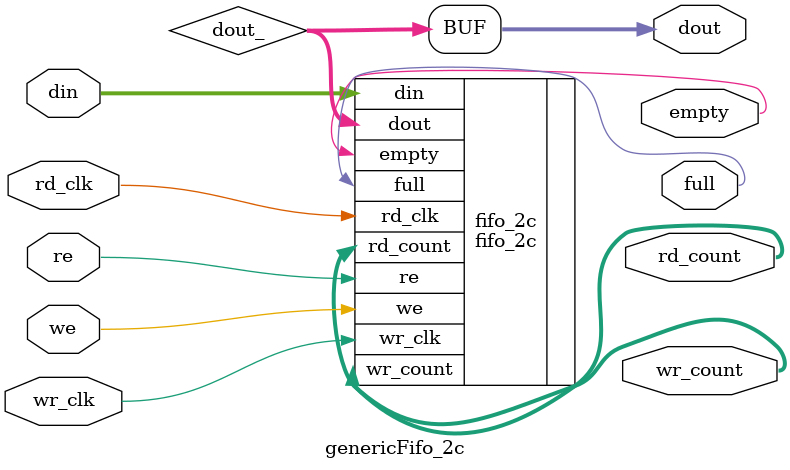
<source format=v>

module genericFifo_2c #(
    parameter aw = 3,
    parameter dw = 8,
    parameter fwft = 1
) (
    input wr_clk,
    input [dw - 1: 0] din,
    input we,
    output full,
    // -1: empty, 0: single element, 2**aw - 1: full
    output [aw:0] wr_count,

    input rd_clk,
    output [dw - 1: 0] dout,
    input re,
    output empty,
    // -1: empty, 0: single element, 2**aw - 1: full
    output [aw:0] rd_count
);

wire [dw - 1: 0] dout_;
fifo_2c #(
    .aw(aw),
    .dw(dw)
) fifo_2c (
    .wr_clk(wr_clk),
    .we(we),
    .din(din),
    .wr_count(wr_count),
    .full(full),

    .rd_clk(rd_clk),
    .re(re),
    .dout(dout_),
    .rd_count(rd_count),
    .empty(empty)
);

generate

if (fwft) begin
    assign dout = dout_;
end else begin

    reg [dw - 1: 0] dout_r;
    always @(posedge rd_clk) begin
        if (re)
            dout_r <= dout_;
    end

    assign dout = dout_r;
end
endgenerate

endmodule

</source>
